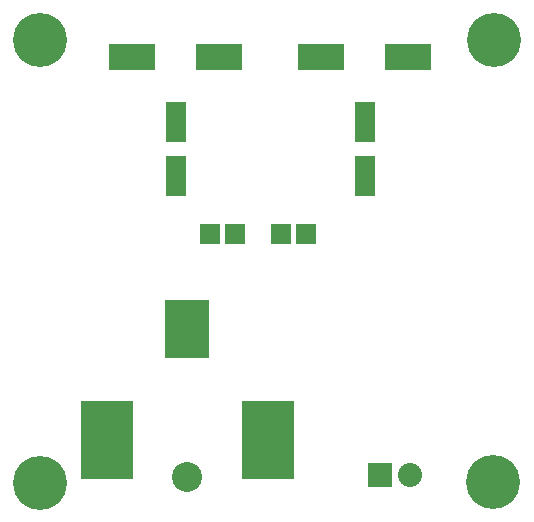
<source format=gts>
G04 (created by PCBNEW-RS274X (2011-05-25)-stable) date Mon 27 Feb 2012 12:27:14 PM EST*
G01*
G70*
G90*
%MOIN*%
G04 Gerber Fmt 3.4, Leading zero omitted, Abs format*
%FSLAX34Y34*%
G04 APERTURE LIST*
%ADD10C,0.006000*%
%ADD11R,0.067200X0.067200*%
%ADD12R,0.080000X0.080000*%
%ADD13C,0.080000*%
%ADD14R,0.149900X0.193200*%
%ADD15R,0.173500X0.264100*%
%ADD16C,0.100000*%
%ADD17C,0.180000*%
%ADD18R,0.070000X0.135000*%
%ADD19R,0.155000X0.085000*%
G04 APERTURE END LIST*
G54D10*
G54D11*
X06851Y09555D03*
X07677Y09555D03*
X09213Y09555D03*
X10039Y09555D03*
G54D12*
X12500Y01500D03*
G54D13*
X13500Y01500D03*
G54D14*
X06083Y06374D03*
G54D15*
X03406Y02674D03*
X08760Y02674D03*
G54D16*
X06083Y01453D03*
G54D17*
X01162Y16020D03*
X16319Y16020D03*
X16280Y01274D03*
X01162Y01256D03*
G54D18*
X11988Y13279D03*
X11988Y11479D03*
G54D19*
X10538Y15429D03*
X13438Y15429D03*
G54D18*
X05689Y13279D03*
X05689Y11479D03*
G54D19*
X04239Y15429D03*
X07139Y15429D03*
M02*

</source>
